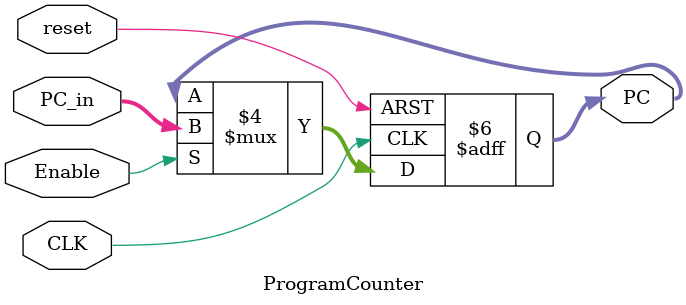
<source format=v>
module ProgramCounter
(
    input   wire            CLK,
    input   wire            reset,
    input   wire            Enable,
    input   wire   [31:0]   PC_in,
    output  reg    [31:0]   PC
);

always @(posedge CLK , negedge reset)
    begin
        if (~reset)
            begin
                PC <= 32'b0;
            end
        else
            begin
                if (Enable) begin
                    PC <= PC_in;    
                end else begin
                    PC <= PC;       //if not enable, keep the old value
                end
                
            end
    end
endmodule
</source>
